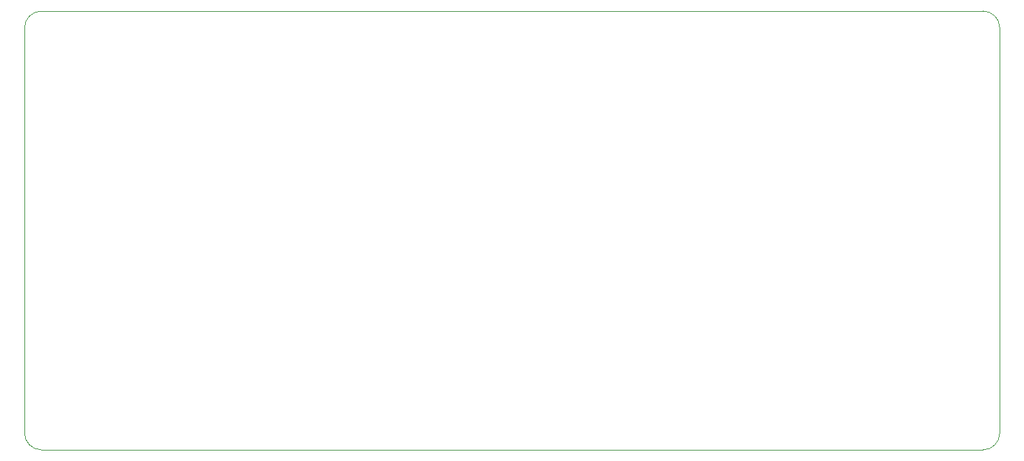
<source format=gbr>
%TF.GenerationSoftware,KiCad,Pcbnew,8.0.5*%
%TF.CreationDate,2024-10-03T21:29:06+02:00*%
%TF.ProjectId,knowabunga-macro,6b6e6f77-6162-4756-9e67-612d6d616372,rev?*%
%TF.SameCoordinates,Original*%
%TF.FileFunction,Profile,NP*%
%FSLAX46Y46*%
G04 Gerber Fmt 4.6, Leading zero omitted, Abs format (unit mm)*
G04 Created by KiCad (PCBNEW 8.0.5) date 2024-10-03 21:29:06*
%MOMM*%
%LPD*%
G01*
G04 APERTURE LIST*
%TA.AperFunction,Profile*%
%ADD10C,0.050000*%
%TD*%
G04 APERTURE END LIST*
D10*
X61976000Y-42926000D02*
X176276000Y-42926000D01*
X59944000Y-94234000D02*
X59944000Y-44958000D01*
X176276000Y-96266000D02*
X61976000Y-96266000D01*
X178308000Y-44958000D02*
X178308000Y-94234000D01*
X176276000Y-42926000D02*
G75*
G02*
X178308000Y-44958000I0J-2032000D01*
G01*
X178308000Y-94234000D02*
G75*
G02*
X176276000Y-96266000I-2032000J0D01*
G01*
X61976000Y-96266000D02*
G75*
G02*
X59944000Y-94234000I0J2032000D01*
G01*
X59944000Y-44958000D02*
G75*
G02*
X61976000Y-42926000I2032000J0D01*
G01*
M02*

</source>
